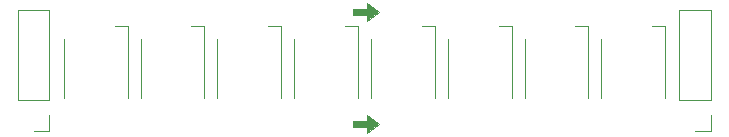
<source format=gto>
G04 #@! TF.GenerationSoftware,KiCad,Pcbnew,(5.1.4-0-10_14)*
G04 #@! TF.CreationDate,2019-08-25T21:06:09+02:00*
G04 #@! TF.ProjectId,Streifen,53747265-6966-4656-9e2e-6b696361645f,rev?*
G04 #@! TF.SameCoordinates,Original*
G04 #@! TF.FileFunction,Legend,Top*
G04 #@! TF.FilePolarity,Positive*
%FSLAX46Y46*%
G04 Gerber Fmt 4.6, Leading zero omitted, Abs format (unit mm)*
G04 Created by KiCad (PCBNEW (5.1.4-0-10_14)) date 2019-08-25 21:06:09*
%MOMM*%
%LPD*%
G04 APERTURE LIST*
%ADD10C,0.100000*%
%ADD11C,0.120000*%
G04 APERTURE END LIST*
D10*
G36*
X151250000Y-104750000D02*
G01*
X150250000Y-105500000D01*
X150250000Y-105000000D01*
X149000000Y-105000000D01*
X149000000Y-104500000D01*
X150250000Y-104500000D01*
X150250000Y-104000000D01*
X151250000Y-104750000D01*
G37*
X151250000Y-104750000D02*
X150250000Y-105500000D01*
X150250000Y-105000000D01*
X149000000Y-105000000D01*
X149000000Y-104500000D01*
X150250000Y-104500000D01*
X150250000Y-104000000D01*
X151250000Y-104750000D01*
G36*
X151250000Y-95250000D02*
G01*
X150250000Y-96000000D01*
X150250000Y-95500000D01*
X149000000Y-95500000D01*
X149000000Y-95000000D01*
X150250000Y-95000000D01*
X150250000Y-94500000D01*
X151250000Y-95250000D01*
G37*
X151250000Y-95250000D02*
X150250000Y-96000000D01*
X150250000Y-95500000D01*
X149000000Y-95500000D01*
X149000000Y-95000000D01*
X150250000Y-95000000D01*
X150250000Y-94500000D01*
X151250000Y-95250000D01*
D11*
X124550000Y-102500000D02*
X124550000Y-97500000D01*
X128850000Y-96400000D02*
X129950000Y-96400000D01*
X129950000Y-96400000D02*
X129950000Y-102500000D01*
X136450000Y-96400000D02*
X136450000Y-102500000D01*
X135350000Y-96400000D02*
X136450000Y-96400000D01*
X131050000Y-102500000D02*
X131050000Y-97500000D01*
X137550000Y-102500000D02*
X137550000Y-97500000D01*
X141850000Y-96400000D02*
X142950000Y-96400000D01*
X142950000Y-96400000D02*
X142950000Y-102500000D01*
X149450000Y-96400000D02*
X149450000Y-102500000D01*
X148350000Y-96400000D02*
X149450000Y-96400000D01*
X144050000Y-102500000D02*
X144050000Y-97500000D01*
X150550000Y-102500000D02*
X150550000Y-97500000D01*
X154850000Y-96400000D02*
X155950000Y-96400000D01*
X155950000Y-96400000D02*
X155950000Y-102500000D01*
X162450000Y-96400000D02*
X162450000Y-102500000D01*
X161350000Y-96400000D02*
X162450000Y-96400000D01*
X157050000Y-102500000D02*
X157050000Y-97500000D01*
X163550000Y-102500000D02*
X163550000Y-97500000D01*
X167850000Y-96400000D02*
X168950000Y-96400000D01*
X168950000Y-96400000D02*
X168950000Y-102500000D01*
X175450000Y-96400000D02*
X175450000Y-102500000D01*
X174350000Y-96400000D02*
X175450000Y-96400000D01*
X170050000Y-102500000D02*
X170050000Y-97500000D01*
X123330000Y-105330000D02*
X122000000Y-105330000D01*
X123330000Y-104000000D02*
X123330000Y-105330000D01*
X123330000Y-102730000D02*
X120670000Y-102730000D01*
X120670000Y-102730000D02*
X120670000Y-95050000D01*
X123330000Y-102730000D02*
X123330000Y-95050000D01*
X123330000Y-95050000D02*
X120670000Y-95050000D01*
X179330000Y-95050000D02*
X176670000Y-95050000D01*
X179330000Y-102730000D02*
X179330000Y-95050000D01*
X176670000Y-102730000D02*
X176670000Y-95050000D01*
X179330000Y-102730000D02*
X176670000Y-102730000D01*
X179330000Y-104000000D02*
X179330000Y-105330000D01*
X179330000Y-105330000D02*
X178000000Y-105330000D01*
M02*

</source>
